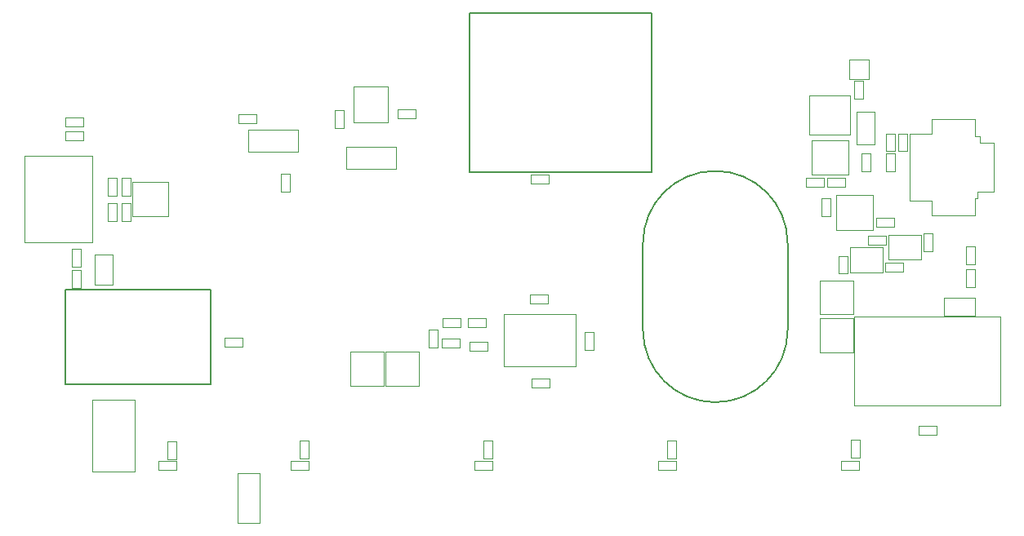
<source format=gbr>
G04 #@! TF.GenerationSoftware,KiCad,Pcbnew,(5.1.0)-1*
G04 #@! TF.CreationDate,2019-06-03T00:00:13-06:00*
G04 #@! TF.ProjectId,laser-theremin,6c617365-722d-4746-9865-72656d696e2e,rev?*
G04 #@! TF.SameCoordinates,Original*
G04 #@! TF.FileFunction,Other,User*
%FSLAX46Y46*%
G04 Gerber Fmt 4.6, Leading zero omitted, Abs format (unit mm)*
G04 Created by KiCad (PCBNEW (5.1.0)-1) date 2019-06-03 00:00:13*
%MOMM*%
%LPD*%
G04 APERTURE LIST*
%ADD10C,0.050000*%
%ADD11C,0.150000*%
%ADD12C,0.127000*%
G04 APERTURE END LIST*
D10*
X124960000Y-75690000D02*
X124960000Y-77990000D01*
X119760000Y-75690000D02*
X124960000Y-75690000D01*
X119760000Y-77990000D02*
X119760000Y-75690000D01*
X124960000Y-77990000D02*
X119760000Y-77990000D01*
X119160000Y-97280000D02*
X117300000Y-97280000D01*
X119160000Y-98220000D02*
X119160000Y-97280000D01*
X117300000Y-98220000D02*
X119160000Y-98220000D01*
X117300000Y-97280000D02*
X117300000Y-98220000D01*
D11*
X161570000Y-80060000D02*
X161570000Y-63579973D01*
X142709905Y-63579973D02*
X161570000Y-63579973D01*
X142710000Y-80060027D02*
X142710000Y-63580000D01*
X142709905Y-80060000D02*
X161570000Y-80060000D01*
D10*
X190610000Y-74570000D02*
X195110000Y-74570000D01*
X195110000Y-74570000D02*
X195110000Y-76320000D01*
X195110000Y-76320000D02*
X195610000Y-76320000D01*
X195610000Y-76320000D02*
X195610000Y-77070000D01*
X195610000Y-77070000D02*
X197110000Y-77070000D01*
X197110000Y-77070000D02*
X197110000Y-82070000D01*
X197110000Y-82070000D02*
X195360000Y-82070000D01*
X195360000Y-82070000D02*
X195360000Y-82820000D01*
X195360000Y-82820000D02*
X195110000Y-82820000D01*
X195110000Y-82820000D02*
X195110000Y-84570000D01*
X195110000Y-84570000D02*
X190610000Y-84570000D01*
X190610000Y-84570000D02*
X190610000Y-83070000D01*
X190610000Y-83070000D02*
X188360000Y-83070000D01*
X188360000Y-83070000D02*
X188360000Y-76070000D01*
X188360000Y-76070000D02*
X190610000Y-76070000D01*
X190610000Y-76070000D02*
X190610000Y-74570000D01*
X190610000Y-74570000D02*
X190610000Y-74570000D01*
X182010000Y-80370000D02*
X182010000Y-76770000D01*
X178210000Y-80370000D02*
X182010000Y-80370000D01*
X178210000Y-76770000D02*
X178210000Y-80370000D01*
X182010000Y-76770000D02*
X178210000Y-76770000D01*
X149120000Y-80350000D02*
X149120000Y-81290000D01*
X149120000Y-81290000D02*
X150980000Y-81290000D01*
X150980000Y-81290000D02*
X150980000Y-80350000D01*
X150980000Y-80350000D02*
X149120000Y-80350000D01*
X129660000Y-75500000D02*
X129660000Y-73640000D01*
X128720000Y-75500000D02*
X129660000Y-75500000D01*
X128720000Y-73640000D02*
X128720000Y-75500000D01*
X129660000Y-73640000D02*
X128720000Y-73640000D01*
X183380000Y-79970000D02*
X184320000Y-79970000D01*
X184320000Y-79970000D02*
X184320000Y-78110000D01*
X184320000Y-78110000D02*
X183380000Y-78110000D01*
X183380000Y-78110000D02*
X183380000Y-79970000D01*
X184760000Y-73840000D02*
X182860000Y-73840000D01*
X182860000Y-73840000D02*
X182860000Y-77200000D01*
X182860000Y-77200000D02*
X184760000Y-77200000D01*
X184760000Y-77200000D02*
X184760000Y-73840000D01*
X105210000Y-85150000D02*
X106150000Y-85150000D01*
X106150000Y-85150000D02*
X106150000Y-83290000D01*
X106150000Y-83290000D02*
X105210000Y-83290000D01*
X105210000Y-83290000D02*
X105210000Y-85150000D01*
X105210000Y-80680000D02*
X105210000Y-82540000D01*
X106150000Y-80680000D02*
X105210000Y-80680000D01*
X106150000Y-82540000D02*
X106150000Y-80680000D01*
X105210000Y-82540000D02*
X106150000Y-82540000D01*
X135120000Y-79760000D02*
X129920000Y-79760000D01*
X129920000Y-79760000D02*
X129920000Y-77460000D01*
X129920000Y-77460000D02*
X135120000Y-77460000D01*
X135120000Y-77460000D02*
X135120000Y-79760000D01*
X107800000Y-84665000D02*
X107800000Y-81115000D01*
X111500000Y-84665000D02*
X107800000Y-84665000D01*
X111500000Y-81115000D02*
X111500000Y-84665000D01*
X107800000Y-81115000D02*
X111500000Y-81115000D01*
X103575000Y-78420000D02*
X103575000Y-87320000D01*
X103575000Y-87320000D02*
X96600000Y-87320000D01*
X96600000Y-87320000D02*
X96600000Y-78420000D01*
X96600000Y-78420000D02*
X103575000Y-78420000D01*
X177970000Y-76160000D02*
X177970000Y-72160000D01*
X177970000Y-72160000D02*
X182170000Y-72160000D01*
X182170000Y-72160000D02*
X182170000Y-76160000D01*
X182170000Y-76160000D02*
X177970000Y-76160000D01*
X130715000Y-74890000D02*
X130715000Y-71190000D01*
X130715000Y-71190000D02*
X134265000Y-71190000D01*
X134265000Y-71190000D02*
X134265000Y-74890000D01*
X134265000Y-74890000D02*
X130715000Y-74890000D01*
X135310000Y-74500000D02*
X137170000Y-74500000D01*
X135310000Y-73560000D02*
X135310000Y-74500000D01*
X137170000Y-73560000D02*
X135310000Y-73560000D01*
X137170000Y-74500000D02*
X137170000Y-73560000D01*
X107610000Y-85150000D02*
X107610000Y-83290000D01*
X106670000Y-85150000D02*
X107610000Y-85150000D01*
X106670000Y-83290000D02*
X106670000Y-85150000D01*
X107610000Y-83290000D02*
X106670000Y-83290000D01*
X106670000Y-80680000D02*
X106670000Y-82540000D01*
X107610000Y-80680000D02*
X106670000Y-80680000D01*
X107610000Y-82540000D02*
X107610000Y-80680000D01*
X106670000Y-82540000D02*
X107610000Y-82540000D01*
X179510000Y-81640000D02*
X179510000Y-80700000D01*
X179510000Y-80700000D02*
X177650000Y-80700000D01*
X177650000Y-80700000D02*
X177650000Y-81640000D01*
X177650000Y-81640000D02*
X179510000Y-81640000D01*
X179780000Y-81640000D02*
X181640000Y-81640000D01*
X179780000Y-80700000D02*
X179780000Y-81640000D01*
X181640000Y-80700000D02*
X179780000Y-80700000D01*
X181640000Y-81640000D02*
X181640000Y-80700000D01*
X180180000Y-82810000D02*
X179240000Y-82810000D01*
X179240000Y-82810000D02*
X179240000Y-84670000D01*
X179240000Y-84670000D02*
X180180000Y-84670000D01*
X180180000Y-84670000D02*
X180180000Y-82810000D01*
X186780000Y-84790000D02*
X184920000Y-84790000D01*
X186780000Y-85730000D02*
X186780000Y-84790000D01*
X184920000Y-85730000D02*
X186780000Y-85730000D01*
X184920000Y-84790000D02*
X184920000Y-85730000D01*
X101490000Y-89890000D02*
X102430000Y-89890000D01*
X102430000Y-89890000D02*
X102430000Y-88030000D01*
X102430000Y-88030000D02*
X101490000Y-88030000D01*
X101490000Y-88030000D02*
X101490000Y-89890000D01*
X187180000Y-76060000D02*
X187180000Y-77920000D01*
X188120000Y-76060000D02*
X187180000Y-76060000D01*
X188120000Y-77920000D02*
X188120000Y-76060000D01*
X187180000Y-77920000D02*
X188120000Y-77920000D01*
X194220000Y-87780000D02*
X194220000Y-89640000D01*
X195160000Y-87780000D02*
X194220000Y-87780000D01*
X195160000Y-89640000D02*
X195160000Y-87780000D01*
X194220000Y-89640000D02*
X195160000Y-89640000D01*
X186170000Y-86570000D02*
X186170000Y-89170000D01*
X186170000Y-89170000D02*
X189570000Y-89170000D01*
X189570000Y-89170000D02*
X189570000Y-86570000D01*
X189570000Y-86570000D02*
X186170000Y-86570000D01*
X182190000Y-90490000D02*
X185590000Y-90490000D01*
X182190000Y-87890000D02*
X182190000Y-90490000D01*
X185590000Y-87890000D02*
X182190000Y-87890000D01*
X185590000Y-90490000D02*
X185590000Y-87890000D01*
X181960000Y-90620000D02*
X181960000Y-88760000D01*
X181020000Y-90620000D02*
X181960000Y-90620000D01*
X181020000Y-88760000D02*
X181020000Y-90620000D01*
X181960000Y-88760000D02*
X181020000Y-88760000D01*
X189800000Y-88290000D02*
X190740000Y-88290000D01*
X190740000Y-88290000D02*
X190740000Y-86430000D01*
X190740000Y-86430000D02*
X189800000Y-86430000D01*
X189800000Y-86430000D02*
X189800000Y-88290000D01*
X186860000Y-80030000D02*
X186860000Y-78170000D01*
X185920000Y-80030000D02*
X186860000Y-80030000D01*
X185920000Y-78170000D02*
X185920000Y-80030000D01*
X186860000Y-78170000D02*
X185920000Y-78170000D01*
X186860000Y-76060000D02*
X185920000Y-76060000D01*
X185920000Y-76060000D02*
X185920000Y-77920000D01*
X185920000Y-77920000D02*
X186860000Y-77920000D01*
X186860000Y-77920000D02*
X186860000Y-76060000D01*
X185810000Y-89480000D02*
X185810000Y-90420000D01*
X185810000Y-90420000D02*
X187670000Y-90420000D01*
X187670000Y-90420000D02*
X187670000Y-89480000D01*
X187670000Y-89480000D02*
X185810000Y-89480000D01*
X185940000Y-87650000D02*
X185940000Y-86710000D01*
X185940000Y-86710000D02*
X184080000Y-86710000D01*
X184080000Y-86710000D02*
X184080000Y-87650000D01*
X184080000Y-87650000D02*
X185940000Y-87650000D01*
X101480000Y-92140000D02*
X102420000Y-92140000D01*
X102420000Y-92140000D02*
X102420000Y-90280000D01*
X102420000Y-90280000D02*
X101480000Y-90280000D01*
X101480000Y-90280000D02*
X101480000Y-92140000D01*
X194200000Y-90120000D02*
X194200000Y-91980000D01*
X195140000Y-90120000D02*
X194200000Y-90120000D01*
X195140000Y-91980000D02*
X195140000Y-90120000D01*
X194200000Y-91980000D02*
X195140000Y-91980000D01*
X126020000Y-111000000D02*
X126020000Y-110060000D01*
X126020000Y-110060000D02*
X124160000Y-110060000D01*
X124160000Y-110060000D02*
X124160000Y-111000000D01*
X124160000Y-111000000D02*
X126020000Y-111000000D01*
X143200000Y-111000000D02*
X145060000Y-111000000D01*
X143200000Y-110060000D02*
X143200000Y-111000000D01*
X145060000Y-110060000D02*
X143200000Y-110060000D01*
X145060000Y-111000000D02*
X145060000Y-110060000D01*
X164120000Y-111000000D02*
X164120000Y-110060000D01*
X164120000Y-110060000D02*
X162260000Y-110060000D01*
X162260000Y-110060000D02*
X162260000Y-111000000D01*
X162260000Y-111000000D02*
X164120000Y-111000000D01*
X181290000Y-111000000D02*
X183150000Y-111000000D01*
X181290000Y-110060000D02*
X181290000Y-111000000D01*
X183150000Y-110060000D02*
X181290000Y-110060000D01*
X183150000Y-111000000D02*
X183150000Y-110060000D01*
X102720000Y-75320000D02*
X102720000Y-74380000D01*
X102720000Y-74380000D02*
X100860000Y-74380000D01*
X100860000Y-74380000D02*
X100860000Y-75320000D01*
X100860000Y-75320000D02*
X102720000Y-75320000D01*
X100860000Y-76800000D02*
X102720000Y-76800000D01*
X100860000Y-75860000D02*
X100860000Y-76800000D01*
X102720000Y-75860000D02*
X100860000Y-75860000D01*
X102720000Y-76800000D02*
X102720000Y-75860000D01*
X180760000Y-86070000D02*
X184560000Y-86070000D01*
X184560000Y-86070000D02*
X184560000Y-82470000D01*
X184560000Y-82470000D02*
X180760000Y-82470000D01*
X180760000Y-82470000D02*
X180760000Y-86070000D01*
X124130000Y-80230000D02*
X123190000Y-80230000D01*
X123190000Y-80230000D02*
X123190000Y-82090000D01*
X123190000Y-82090000D02*
X124130000Y-82090000D01*
X124130000Y-82090000D02*
X124130000Y-80230000D01*
X118730000Y-75000000D02*
X120590000Y-75000000D01*
X118730000Y-74060000D02*
X118730000Y-75000000D01*
X120590000Y-74060000D02*
X118730000Y-74060000D01*
X120590000Y-75000000D02*
X120590000Y-74060000D01*
X182610000Y-72420000D02*
X183550000Y-72420000D01*
X183550000Y-72420000D02*
X183550000Y-70560000D01*
X183550000Y-70560000D02*
X182610000Y-70560000D01*
X182610000Y-70560000D02*
X182610000Y-72420000D01*
X110440000Y-111020000D02*
X112300000Y-111020000D01*
X110440000Y-110080000D02*
X110440000Y-111020000D01*
X112300000Y-110080000D02*
X110440000Y-110080000D01*
X112300000Y-111020000D02*
X112300000Y-110080000D01*
X111370000Y-109920000D02*
X112310000Y-109920000D01*
X112310000Y-109920000D02*
X112310000Y-108060000D01*
X112310000Y-108060000D02*
X111370000Y-108060000D01*
X111370000Y-108060000D02*
X111370000Y-109920000D01*
X125100000Y-107940000D02*
X125100000Y-109800000D01*
X126040000Y-107940000D02*
X125100000Y-107940000D01*
X126040000Y-109800000D02*
X126040000Y-107940000D01*
X125100000Y-109800000D02*
X126040000Y-109800000D01*
X144150000Y-109760000D02*
X145090000Y-109760000D01*
X145090000Y-109760000D02*
X145090000Y-107900000D01*
X145090000Y-107900000D02*
X144150000Y-107900000D01*
X144150000Y-107900000D02*
X144150000Y-109760000D01*
X163200000Y-107900000D02*
X163200000Y-109760000D01*
X164140000Y-107900000D02*
X163200000Y-107900000D01*
X164140000Y-109760000D02*
X164140000Y-107900000D01*
X163200000Y-109760000D02*
X164140000Y-109760000D01*
X182250000Y-109750000D02*
X183190000Y-109750000D01*
X183190000Y-109750000D02*
X183190000Y-107890000D01*
X183190000Y-107890000D02*
X182250000Y-107890000D01*
X182250000Y-107890000D02*
X182250000Y-109750000D01*
X103830000Y-88600000D02*
X103830000Y-91800000D01*
X103830000Y-91800000D02*
X105730000Y-91800000D01*
X105730000Y-88600000D02*
X105730000Y-91800000D01*
X103830000Y-88600000D02*
X105730000Y-88600000D01*
X191920000Y-95010000D02*
X191920000Y-93110000D01*
X191920000Y-93110000D02*
X195120000Y-93110000D01*
X195120000Y-95010000D02*
X195120000Y-93110000D01*
X191920000Y-95010000D02*
X195120000Y-95010000D01*
X130380000Y-102240000D02*
X133880000Y-102240000D01*
X130380000Y-102240000D02*
X130380000Y-98740000D01*
X133880000Y-98740000D02*
X133880000Y-102240000D01*
X133880000Y-98740000D02*
X130380000Y-98740000D01*
X137500000Y-98740000D02*
X134000000Y-98740000D01*
X137500000Y-98740000D02*
X137500000Y-102240000D01*
X134000000Y-102240000D02*
X134000000Y-98740000D01*
X134000000Y-102240000D02*
X137500000Y-102240000D01*
X141710000Y-97340000D02*
X139850000Y-97340000D01*
X141710000Y-98280000D02*
X141710000Y-97340000D01*
X139850000Y-98280000D02*
X141710000Y-98280000D01*
X139850000Y-97340000D02*
X139850000Y-98280000D01*
X139950000Y-95210000D02*
X139950000Y-96150000D01*
X139950000Y-96150000D02*
X141810000Y-96150000D01*
X141810000Y-96150000D02*
X141810000Y-95210000D01*
X141810000Y-95210000D02*
X139950000Y-95210000D01*
X142690000Y-97690000D02*
X142690000Y-98630000D01*
X142690000Y-98630000D02*
X144550000Y-98630000D01*
X144550000Y-98630000D02*
X144550000Y-97690000D01*
X144550000Y-97690000D02*
X142690000Y-97690000D01*
X155620000Y-98510000D02*
X155620000Y-96650000D01*
X154680000Y-98510000D02*
X155620000Y-98510000D01*
X154680000Y-96650000D02*
X154680000Y-98510000D01*
X155620000Y-96650000D02*
X154680000Y-96650000D01*
X118650000Y-116490000D02*
X118650000Y-111290000D01*
X118650000Y-111290000D02*
X120950000Y-111290000D01*
X120950000Y-111290000D02*
X120950000Y-116490000D01*
X120950000Y-116490000D02*
X118650000Y-116490000D01*
X182620000Y-95085000D02*
X182620000Y-104335000D01*
X182620000Y-104335000D02*
X197720000Y-104335000D01*
X197720000Y-104335000D02*
X197720000Y-95085000D01*
X197720000Y-95085000D02*
X182620000Y-95085000D01*
X179060000Y-94830000D02*
X182560000Y-94830000D01*
X179060000Y-94830000D02*
X179060000Y-91330000D01*
X182560000Y-91330000D02*
X182560000Y-94830000D01*
X182560000Y-91330000D02*
X179060000Y-91330000D01*
X182560000Y-95260000D02*
X179060000Y-95260000D01*
X182560000Y-95260000D02*
X182560000Y-98760000D01*
X179060000Y-98760000D02*
X179060000Y-95260000D01*
X179060000Y-98760000D02*
X182560000Y-98760000D01*
X182130000Y-70390000D02*
X184130000Y-70390000D01*
X182130000Y-70390000D02*
X182130000Y-68390000D01*
X184130000Y-68390000D02*
X184130000Y-70390000D01*
X184130000Y-68390000D02*
X182130000Y-68390000D01*
D11*
X160710000Y-96460000D02*
G75*
G03X175710000Y-96460000I7500000J0D01*
G01*
X175710000Y-87450000D02*
G75*
G03X160710000Y-87450000I-7500000J0D01*
G01*
X160710000Y-87450000D02*
X160710000Y-96460000D01*
X175710000Y-96460000D02*
X175710000Y-87450000D01*
D10*
X138500000Y-98280000D02*
X139440000Y-98280000D01*
X139440000Y-98280000D02*
X139440000Y-96420000D01*
X139440000Y-96420000D02*
X138500000Y-96420000D01*
X138500000Y-96420000D02*
X138500000Y-98280000D01*
X151030000Y-101490000D02*
X149170000Y-101490000D01*
X151030000Y-102430000D02*
X151030000Y-101490000D01*
X149170000Y-102430000D02*
X151030000Y-102430000D01*
X149170000Y-101490000D02*
X149170000Y-102430000D01*
X191140000Y-107310000D02*
X191140000Y-106370000D01*
X191140000Y-106370000D02*
X189280000Y-106370000D01*
X189280000Y-106370000D02*
X189280000Y-107310000D01*
X189280000Y-107310000D02*
X191140000Y-107310000D01*
X144430000Y-95220000D02*
X142570000Y-95220000D01*
X144430000Y-96160000D02*
X144430000Y-95220000D01*
X142570000Y-96160000D02*
X144430000Y-96160000D01*
X142570000Y-95220000D02*
X142570000Y-96160000D01*
X148990000Y-92790000D02*
X148990000Y-93730000D01*
X148990000Y-93730000D02*
X150850000Y-93730000D01*
X150850000Y-93730000D02*
X150850000Y-92790000D01*
X150850000Y-92790000D02*
X148990000Y-92790000D01*
X146280000Y-100230000D02*
X146280000Y-94830000D01*
X153740000Y-100230000D02*
X153740000Y-94830000D01*
X146280000Y-100230000D02*
X153740000Y-100230000D01*
X146280000Y-94830000D02*
X153740000Y-94830000D01*
D12*
X115910000Y-92300000D02*
X115910000Y-102100000D01*
X100860000Y-102100000D02*
X100860000Y-92300000D01*
X100860000Y-92300000D02*
X115910000Y-92300000D01*
X115910000Y-102100000D02*
X100860000Y-102100000D01*
D10*
X103590000Y-103710000D02*
X108040000Y-103710000D01*
X103590000Y-111110000D02*
X103590000Y-103710000D01*
X108040000Y-111110000D02*
X103590000Y-111110000D01*
X108040000Y-103710000D02*
X108040000Y-111110000D01*
M02*

</source>
